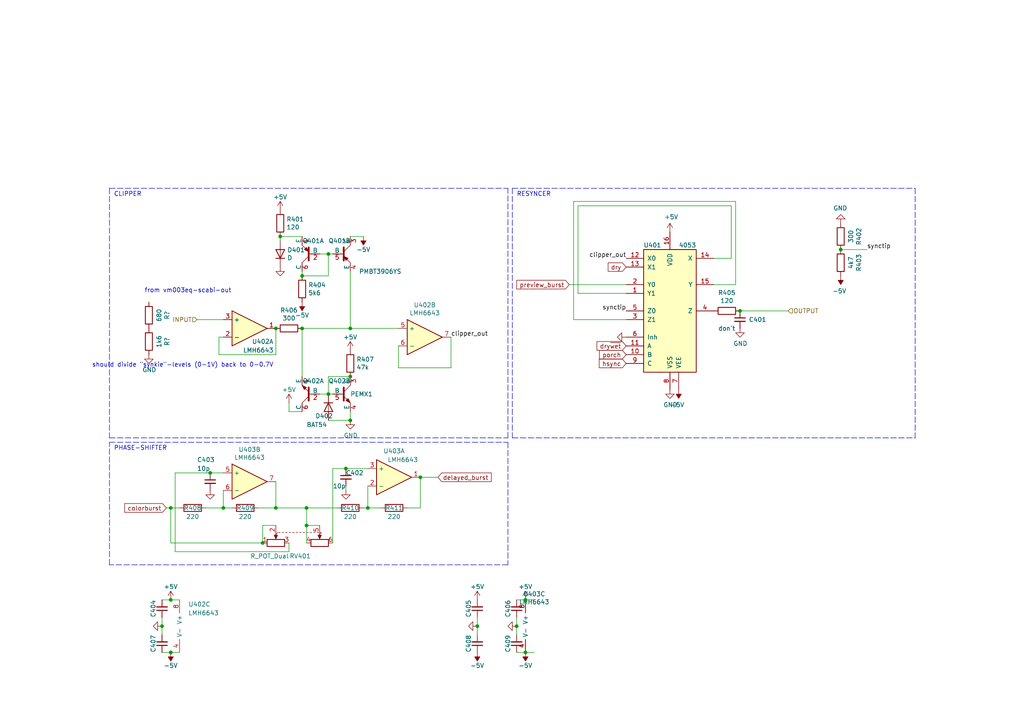
<source format=kicad_sch>
(kicad_sch (version 20211123) (generator eeschema)
  (paper "A4")
  (title_block (title "vMIX20-Resyncer") (date "2020-11-23") (company "[ a n y m a ]"))
  (lib_symbols
    (symbol "4xxx:4053" (pin_names (offset 1.016))
      (property "Reference" "U" (at -7.62 19.05 0))
      (property "Value" "4053" (at -7.62 -19.05 0))
      (symbol "4053_1_0"
        (pin passive line (at -12.7 5.08 0) (length 5.08) (name "Y1") (number "1"))
        (pin input line (at -12.7 -12.7 0) (length 5.08) (name "B") (number "10"))
        (pin input line (at -12.7 -10.16 0) (length 5.08) (name "A") (number "11"))
        (pin passive line (at -12.7 15.24 0) (length 5.08) (name "X0") (number "12"))
        (pin passive line (at -12.7 12.7 0) (length 5.08) (name "X1") (number "13"))
        (pin passive line (at 12.7 15.24 180) (length 5.08) (name "X") (number "14"))
        (pin passive line (at 12.7 7.62 180) (length 5.08) (name "Y") (number "15"))
        (pin power_in line (at 0 22.86 270) (length 5.08) (name "VDD") (number "16"))
        (pin passive line (at -12.7 7.62 0) (length 5.08) (name "Y0") (number "2"))
        (pin passive line (at -12.7 -2.54 0) (length 5.08) (name "Z1") (number "3"))
        (pin passive line (at 12.7 0 180) (length 5.08) (name "Z") (number "4"))
        (pin passive line (at -12.7 0 0) (length 5.08) (name "Z0") (number "5"))
        (pin input line (at -12.7 -7.62 0) (length 5.08) (name "Inh") (number "6"))
        (pin power_in line (at 2.54 -22.86 90) (length 5.08) (name "VEE") (number "7"))
        (pin power_in line (at 0 -22.86 90) (length 5.08) (name "VSS") (number "8"))
        (pin input line (at -12.7 -15.24 0) (length 5.08) (name "C") (number "9"))
      )
      (symbol "4053_1_1"
        (rectangle (start -7.62 17.78) (end 7.62 -17.78) (stroke (width 0.254)) (fill (type background)))
      )
    )
    (symbol "Device:R_POT_Dual" (pin_names (offset 1.016) hide)
      (property "Reference" "RV" (at 0 3.81 0))
      (property "Value" "Device_R_POT_Dual" (at 0 1.905 0))
      (symbol "R_POT_Dual_0_1"
        (rectangle (start -8.89 -1.524) (end -3.81 -3.556) (stroke (width 0.254)))
        (polyline (pts (xy -6.35 0) (xy -6.35 -1.016)))
        (polyline (pts (xy -6.35 0) (xy -6.35 -1.016)))
        (polyline (pts (xy -6.35 0) (xy -5.842 0.508)))
        (polyline (pts (xy -5.588 0.508) (xy -5.08 0.508)))
        (polyline (pts (xy -4.572 0.508) (xy -4.064 0.508)))
        (polyline (pts (xy -3.556 0.508) (xy -3.048 0.508)))
        (polyline (pts (xy -2.54 0.508) (xy -2.032 0.508)))
        (polyline (pts (xy -1.524 0.508) (xy -1.016 0.508)))
        (polyline (pts (xy -0.508 0.508) (xy 0 0.508)))
        (polyline (pts (xy 0.508 0.508) (xy 1.016 0.508)))
        (polyline (pts (xy 1.524 0.508) (xy 2.032 0.508)))
        (polyline (pts (xy 2.54 0.508) (xy 3.048 0.508)))
        (polyline (pts (xy 3.556 0.508) (xy 4.064 0.508)))
        (polyline (pts (xy 4.572 0.508) (xy 5.08 0.508)))
        (polyline (pts (xy 5.588 0.508) (xy 6.096 0.508)))
        (polyline (pts (xy 6.35 0) (xy 6.35 -1.016)))
        (polyline (pts (xy 6.35 0) (xy 6.35 -1.016)))
        (polyline (pts (xy 6.604 0.508) (xy 6.858 0.508) (xy 6.35 0)))
        (polyline (pts (xy -6.35 -1.397) (xy -6.858 -0.254) (xy -5.842 -0.254) (xy -6.35 -1.397)) (fill (type outline)))
        (polyline (pts (xy 6.35 -1.397) (xy 5.842 -0.254) (xy 6.858 -0.254) (xy 6.35 -1.397)) (fill (type outline)))
        (rectangle (start 3.81 -1.524) (end 8.89 -3.556) (stroke (width 0.254)))
      )
      (symbol "R_POT_Dual_1_1"
        (pin passive line (at -10.16 -2.54 0) (length 1.27) (name "1") (number "1"))
        (pin passive line (at -6.35 2.54 270) (length 2.54) (name "2") (number "2"))
        (pin passive line (at -2.54 -2.54 180) (length 1.27) (name "3") (number "3"))
        (pin passive line (at 2.54 -2.54 0) (length 1.27) (name "4") (number "4"))
        (pin passive line (at 6.35 2.54 270) (length 2.54) (name "5") (number "5"))
        (pin passive line (at 10.16 -2.54 180) (length 1.27) (name "6") (number "6"))
      )
    )
    (symbol "synkie_symbols:+5V" (power) (pin_names (offset 0))
      (property "Value" "+5V" (at 0 3.556 0))
      (symbol "+5V_0_1"
        (polyline (pts (xy -0.762 1.27) (xy 0 2.54)))
        (polyline (pts (xy 0 0) (xy 0 2.54)))
        (polyline (pts (xy 0 2.54) (xy 0.762 1.27)))
      )
      (symbol "+5V_1_1"
        (pin power_in line (at 0 0 90) (length 0) hide (name "+5V") (number "1"))
      )
    )
    (symbol "synkie_symbols:-5V" (power) (pin_names (offset 0))
      (property "Value" "-5V" (at 0 3.81 0))
      (symbol "-5V_0_0"
        (pin power_in line (at 0 0 90) (length 0) hide (name "-5V") (number "1"))
      )
      (symbol "-5V_0_1"
        (polyline (pts (xy 0 0) (xy 0 1.27) (xy 0.762 1.27) (xy 0 2.54) (xy -0.762 1.27) (xy 0 1.27)) (fill (type outline)))
      )
    )
    (symbol "synkie_symbols:C_Small" (pin_numbers hide) (pin_names (offset 0.254) hide)
      (property "Reference" "C" (at 0.254 1.778 0))
      (property "Value" "C_Small" (at 0.254 -2.032 0))
      (symbol "C_Small_0_1"
        (polyline (pts (xy -1.524 -0.508) (xy 1.524 -0.508)) (stroke (width 0.3302)))
        (polyline (pts (xy -1.524 0.508) (xy 1.524 0.508)) (stroke (width 0.3048)))
      )
      (symbol "C_Small_1_1"
        (pin passive line (at 0 2.54 270) (length 2.032) (name "~") (number "1"))
        (pin passive line (at 0 -2.54 90) (length 2.032) (name "~") (number "2"))
      )
    )
    (symbol "synkie_symbols:D" (pin_numbers hide) (pin_names (offset 1.016) hide)
      (property "Reference" "D" (at 0 2.54 0))
      (property "Value" "D" (at 0 -2.54 0))
      (symbol "D_0_1"
        (polyline (pts (xy -1.27 1.27) (xy -1.27 -1.27)) (stroke (width 0.254)))
        (polyline (pts (xy 1.27 0) (xy -1.27 0)))
        (polyline (pts (xy 1.27 1.27) (xy 1.27 -1.27) (xy -1.27 0) (xy 1.27 1.27)) (stroke (width 0.254)))
      )
      (symbol "D_1_1"
        (pin passive line (at -3.81 0 0) (length 2.54) (name "K") (number "1"))
        (pin passive line (at 3.81 0 180) (length 2.54) (name "A") (number "2"))
      )
    )
    (symbol "synkie_symbols:GND" (power) (pin_names (offset 0))
      (property "Value" "GND" (at 0 -3.81 0))
      (symbol "GND_0_1"
        (polyline (pts (xy 0 0) (xy 0 -1.27) (xy 1.27 -1.27) (xy 0 -2.54) (xy -1.27 -1.27) (xy 0 -1.27)))
      )
      (symbol "GND_1_1"
        (pin power_in line (at 0 0 270) (length 0) hide (name "GND") (number "1"))
      )
    )
    (symbol "synkie_symbols:Opamp_Dual_Generic"
      (property "Reference" "U" (at 0 5.08 0))
      (property "Value" "Opamp_Dual_Generic" (at 0 -5.08 0))
      (symbol "Opamp_Dual_Generic_1_1"
        (polyline (pts (xy -5.08 5.08) (xy 5.08 0) (xy -5.08 -5.08) (xy -5.08 5.08)) (stroke (width 0.254)) (fill (type background)))
        (pin output line (at 7.62 0 180) (length 2.54) (name "~") (number "1"))
        (pin input line (at -7.62 -2.54 0) (length 2.54) (name "-") (number "2"))
        (pin input line (at -7.62 2.54 0) (length 2.54) (name "+") (number "3"))
      )
      (symbol "Opamp_Dual_Generic_2_1"
        (polyline (pts (xy -5.08 5.08) (xy 5.08 0) (xy -5.08 -5.08) (xy -5.08 5.08)) (stroke (width 0.254)) (fill (type background)))
        (pin input line (at -7.62 2.54 0) (length 2.54) (name "+") (number "5"))
        (pin input line (at -7.62 -2.54 0) (length 2.54) (name "-") (number "6"))
        (pin output line (at 7.62 0 180) (length 2.54) (name "~") (number "7"))
      )
      (symbol "Opamp_Dual_Generic_3_1"
        (pin power_in line (at -2.54 -7.62 90) (length 3.81) (name "V-") (number "4"))
        (pin power_in line (at -2.54 7.62 270) (length 3.81) (name "V+") (number "8"))
      )
    )
    (symbol "synkie_symbols:PEMX1" (pin_names (offset 0))
      (property "Reference" "Q" (at -3.81 3.81 0))
      (property "Value" "PEMX1" (at -3.81 -3.81 0))
      (symbol "PEMX1_0_1"
        (polyline (pts (xy -1.27 0) (xy -0.635 0)))
        (polyline (pts (xy -0.635 0.635) (xy 1.27 2.54)))
        (polyline (pts (xy -0.635 1.905) (xy -0.635 -1.905)) (stroke (width 0.508)))
        (polyline (pts (xy 1.27 -2.54) (xy -0.635 -0.635)))
        (polyline (pts (xy 0 -1.905) (xy 0.635 -1.27) (xy 1.27 -2.54) (xy 0 -1.905)) (fill (type outline)))
      )
      (symbol "PEMX1_1_1"
        (pin passive line (at 1.27 -5.08 90) (length 2.54) (name "E") (number "1"))
        (pin input line (at -3.81 0 0) (length 2.54) (name "B") (number "2"))
        (pin passive line (at 1.27 5.08 270) (length 2.54) (name "C") (number "6"))
      )
      (symbol "PEMX1_2_1"
        (pin passive line (at 1.27 5.08 270) (length 2.54) (name "C") (number "3"))
        (pin passive line (at 1.27 -5.08 90) (length 2.54) (name "E") (number "4"))
        (pin input line (at -3.81 0 0) (length 2.54) (name "B") (number "5"))
      )
    )
    (symbol "synkie_symbols:PMBT3906YS" (pin_names (offset 0))
      (property "Reference" "Q" (at -3.81 3.81 0))
      (property "Value" "PMBT3906YS" (at 4.445 0 90))
      (symbol "PMBT3906YS_0_1"
        (polyline (pts (xy -1.27 0) (xy -0.635 0)))
        (polyline (pts (xy -0.635 0.635) (xy 1.27 2.54)))
        (polyline (pts (xy -0.635 1.905) (xy -0.635 -1.905)) (stroke (width 0.508)))
        (polyline (pts (xy 1.27 -2.54) (xy -0.635 -0.635)))
        (polyline (pts (xy 0.635 -1.27) (xy 0 -1.905) (xy -0.635 -0.635) (xy 0.635 -1.27)) (fill (type outline)))
      )
      (symbol "PMBT3906YS_1_1"
        (pin passive line (at 1.27 -5.08 90) (length 2.54) (name "E") (number "1"))
        (pin input line (at -3.81 0 0) (length 2.54) (name "B") (number "2"))
        (pin passive line (at 1.27 5.08 270) (length 2.54) (name "C") (number "6"))
      )
      (symbol "PMBT3906YS_2_1"
        (pin passive line (at 1.27 5.08 270) (length 2.54) (name "C") (number "3"))
        (pin passive line (at 1.27 -5.08 90) (length 2.54) (name "E") (number "4"))
        (pin input line (at -3.81 0 0) (length 2.54) (name "B") (number "5"))
      )
    )
    (symbol "synkie_symbols:R" (pin_numbers hide) (pin_names (offset 0))
      (property "Reference" "R" (at 2.032 0 90))
      (property "Value" "R" (at 0 0 90))
      (symbol "R_0_1"
        (rectangle (start -1.016 -2.54) (end 1.016 2.54) (stroke (width 0.254)))
      )
      (symbol "R_1_1"
        (pin passive line (at 0 3.81 270) (length 1.27) (name "~") (number "1"))
        (pin passive line (at 0 -3.81 90) (length 1.27) (name "~") (number "2"))
      )
    )
  )
  (junction (at 121.92 138.43))
  (junction (at 64.77 147.32))
  (junction (at 49.53 173.99))
  (junction (at 100.33 135.89))
  (junction (at 243.84 72.39))
  (junction (at 138.43 181.61))
  (junction (at 87.63 80.01))
  (junction (at 80.01 95.25))
  (junction (at 214.63 90.17))
  (junction (at 101.6 95.25))
  (junction (at 149.86 181.61))
  (junction (at 76.2 157.48))
  (junction (at 88.9 147.32))
  (junction (at 49.53 147.32))
  (junction (at 60.96 137.16))
  (junction (at 95.25 73.66))
  (junction (at 81.28 68.58))
  (junction (at 152.4 189.23))
  (junction (at 152.4 173.99))
  (junction (at 87.63 95.25))
  (junction (at 101.6 109.22))
  (junction (at 106.68 147.32))
  (junction (at 95.25 114.3))
  (junction (at 80.01 147.32))
  (junction (at 101.6 121.92))
  (junction (at 49.53 189.23))
  (junction (at 46.99 181.61))
  (junction (at 88.9 152.4))
  (wire (pts (xy 95.25 121.92) (xy 101.6 121.92)))
  (wire (pts (xy 121.92 138.43) (xy 127 138.43)))
  (wire (pts (xy 138.43 181.61) (xy 138.43 179.07)))
  (polyline (pts (xy 31.75 128.27) (xy 147.32 128.27)))
  (wire (pts (xy 152.4 173.99) (xy 154.94 173.99)))
  (wire (pts (xy 101.6 119.38) (xy 101.6 121.92)))
  (wire (pts (xy 50.8 160.02) (xy 83.82 160.02)))
  (polyline (pts (xy 31.75 54.61) (xy 31.75 127)))
  (wire (pts (xy 87.63 109.22) (xy 87.63 95.25)))
  (wire (pts (xy 64.77 92.71) (xy 57.15 92.71)))
  (wire (pts (xy 149.86 181.61) (xy 149.86 179.07)))
  (wire (pts (xy 95.25 80.01) (xy 95.25 73.66)))
  (wire (pts (xy 106.68 147.32) (xy 106.68 140.97)))
  (wire (pts (xy 149.86 184.15) (xy 149.86 181.61)))
  (wire (pts (xy 49.53 173.99) (xy 52.07 173.99)))
  (wire (pts (xy 101.6 109.22) (xy 95.25 109.22)))
  (polyline (pts (xy 147.32 127) (xy 147.32 54.61)))
  (wire (pts (xy 76.2 152.4) (xy 76.2 157.48)))
  (wire (pts (xy 80.01 152.4) (xy 76.2 152.4)))
  (wire (pts (xy 138.43 184.15) (xy 138.43 181.61)))
  (wire (pts (xy 87.63 78.74) (xy 87.63 80.01)))
  (wire (pts (xy 87.63 80.01) (xy 95.25 80.01)))
  (wire (pts (xy 46.99 189.23) (xy 49.53 189.23)))
  (wire (pts (xy 88.9 152.4) (xy 88.9 147.32)))
  (wire (pts (xy 106.68 147.32) (xy 105.41 147.32)))
  (wire (pts (xy 95.25 73.66) (xy 96.52 73.66)))
  (wire (pts (xy 130.81 106.68) (xy 115.57 106.68)))
  (wire (pts (xy 121.92 138.43) (xy 121.92 147.32)))
  (wire (pts (xy 76.2 157.48) (xy 49.53 157.48)))
  (wire (pts (xy 80.01 147.32) (xy 88.9 147.32)))
  (wire (pts (xy 48.26 147.32) (xy 49.53 147.32)))
  (wire (pts (xy 152.4 189.23) (xy 154.94 189.23)))
  (wire (pts (xy 50.8 137.16) (xy 60.96 137.16)))
  (wire (pts (xy 181.61 82.55) (xy 165.1 82.55)))
  (wire (pts (xy 46.99 173.99) (xy 49.53 173.99)))
  (wire (pts (xy 96.52 157.48) (xy 96.52 135.89)))
  (wire (pts (xy 101.6 68.58) (xy 105.41 68.58)))
  (wire (pts (xy 101.6 95.25) (xy 115.57 95.25)))
  (wire (pts (xy 49.53 147.32) (xy 52.07 147.32)))
  (polyline (pts (xy 148.59 54.61) (xy 265.43 54.61)))
  (wire (pts (xy 100.33 140.97) (xy 100.33 142.24)))
  (wire (pts (xy 59.69 147.32) (xy 64.77 147.32)))
  (polyline (pts (xy 265.43 54.61) (xy 265.43 127)))
  (wire (pts (xy 63.5 97.79) (xy 64.77 97.79)))
  (wire (pts (xy 228.6 90.17) (xy 214.63 90.17)))
  (polyline (pts (xy 147.32 128.27) (xy 147.32 163.83)))
  (wire (pts (xy 243.84 72.39) (xy 251.46 72.39)))
  (wire (pts (xy 80.01 147.32) (xy 74.93 147.32)))
  (wire (pts (xy 95.25 109.22) (xy 95.25 114.3)))
  (wire (pts (xy 63.5 102.87) (xy 63.5 97.79)))
  (wire (pts (xy 92.71 73.66) (xy 95.25 73.66)))
  (wire (pts (xy 167.64 59.69) (xy 167.64 85.09)))
  (wire (pts (xy 88.9 157.48) (xy 88.9 152.4)))
  (polyline (pts (xy 31.75 163.83) (xy 31.75 128.27)))
  (wire (pts (xy 81.28 68.58) (xy 81.28 69.85)))
  (wire (pts (xy 213.36 82.55) (xy 213.36 58.42)))
  (wire (pts (xy 207.01 82.55) (xy 213.36 82.55)))
  (wire (pts (xy 49.53 157.48) (xy 49.53 147.32)))
  (wire (pts (xy 63.5 102.87) (xy 80.01 102.87)))
  (wire (pts (xy 101.6 78.74) (xy 101.6 95.25)))
  (polyline (pts (xy 31.75 54.61) (xy 147.32 54.61)))
  (wire (pts (xy 166.37 92.71) (xy 181.61 92.71)))
  (wire (pts (xy 87.63 68.58) (xy 81.28 68.58)))
  (wire (pts (xy 110.49 147.32) (xy 106.68 147.32)))
  (wire (pts (xy 46.99 184.15) (xy 46.99 181.61)))
  (polyline (pts (xy 148.59 127) (xy 265.43 127)))
  (wire (pts (xy 64.77 142.24) (xy 64.77 147.32)))
  (wire (pts (xy 167.64 85.09) (xy 181.61 85.09)))
  (wire (pts (xy 207.01 74.93) (xy 212.09 74.93)))
  (wire (pts (xy 46.99 181.61) (xy 46.99 179.07)))
  (wire (pts (xy 83.82 119.38) (xy 83.82 116.84)))
  (wire (pts (xy 149.86 189.23) (xy 152.4 189.23)))
  (wire (pts (xy 80.01 139.7) (xy 80.01 147.32)))
  (wire (pts (xy 88.9 152.4) (xy 92.71 152.4)))
  (wire (pts (xy 83.82 160.02) (xy 83.82 157.48)))
  (polyline (pts (xy 31.75 127) (xy 147.32 127)))
  (polyline (pts (xy 147.32 163.83) (xy 31.75 163.83)))
  (wire (pts (xy 96.52 135.89) (xy 100.33 135.89)))
  (polyline (pts (xy 148.59 54.61) (xy 148.59 127)))
  (wire (pts (xy 92.71 114.3) (xy 95.25 114.3)))
  (wire (pts (xy 212.09 59.69) (xy 167.64 59.69)))
  (wire (pts (xy 115.57 106.68) (xy 115.57 100.33)))
  (wire (pts (xy 106.68 135.89) (xy 100.33 135.89)))
  (wire (pts (xy 49.53 189.23) (xy 52.07 189.23)))
  (wire (pts (xy 80.01 102.87) (xy 80.01 95.25)))
  (wire (pts (xy 149.86 173.99) (xy 152.4 173.99)))
  (wire (pts (xy 67.31 147.32) (xy 64.77 147.32)))
  (wire (pts (xy 50.8 160.02) (xy 50.8 137.16)))
  (wire (pts (xy 130.81 97.79) (xy 130.81 106.68)))
  (wire (pts (xy 95.25 114.3) (xy 96.52 114.3)))
  (wire (pts (xy 64.77 137.16) (xy 60.96 137.16)))
  (wire (pts (xy 166.37 58.42) (xy 166.37 92.71)))
  (wire (pts (xy 213.36 58.42) (xy 166.37 58.42)))
  (wire (pts (xy 212.09 74.93) (xy 212.09 59.69)))
  (wire (pts (xy 121.92 147.32) (xy 118.11 147.32)))
  (wire (pts (xy 88.9 147.32) (xy 97.79 147.32)))
  (wire (pts (xy 87.63 95.25) (xy 101.6 95.25)))
  (wire (pts (xy 87.63 119.38) (xy 83.82 119.38)))
  (text "PHASE-SHIFTER" (at 33.02 130.81 0) (effects (font (size 1.27 1.27)) (justify left bottom)))
  (text "should divide \"synkie\"-levels (0-1V) back to 0-0.7V" (at 26.67 106.68 0) (effects (font (size 1.27 1.27)) (justify left bottom)))
  (text "CLIPPER" (at 33.02 57.15 0) (effects (font (size 1.27 1.27)) (justify left bottom)))
  (text "RESYNCER" (at 149.86 57.15 0) (effects (font (size 1.27 1.27)) (justify left bottom)))
  (text "from vm003eq-scabi-out" (at 41.91 85.09 0) (effects (font (size 1.27 1.27)) (justify left bottom)))
  (label "clipper_out" (at 130.81 97.79 0))
  (label "synctip" (at 181.61 90.17 180))
  (label "clipper_out" (at 181.61 74.93 180))
  (label "synctip" (at 251.46 72.39 0))
  (global_label "preview_burst" (shape input) (at 165.1 82.55 180) (property "Intersheet References" "${INTERSHEET_REFS}" (effects hide)))
  (global_label "porch" (shape input) (at 181.61 102.87 180) (property "Intersheet References" "${INTERSHEET_REFS}" (effects hide)))
  (global_label "dry~{wet}" (shape input) (at 181.61 100.33 180) (property "Intersheet References" "${INTERSHEET_REFS}" (effects hide)))
  (global_label "dry" (shape input) (at 181.61 77.47 180) (effects (font (size 1.2446 1.2446))) (property "Intersheet References" "${INTERSHEET_REFS}" (effects hide)))
  (global_label "colorburst" (shape input) (at 48.26 147.32 180) (property "Intersheet References" "${INTERSHEET_REFS}" (effects hide)))
  (global_label "delayed_burst" (shape input) (at 127 138.43 0) (property "Intersheet References" "${INTERSHEET_REFS}" (effects hide)))
  (global_label "hsync" (shape input) (at 181.61 105.41 180) (property "Intersheet References" "${INTERSHEET_REFS}" (effects hide)))
  (hierarchical_label "INPUT" (shape input) (at 57.15 92.71 180))
  (hierarchical_label "OUTPUT" (shape input) (at 228.6 90.17 0))
  (symbol (lib_id "4xxx:4053") (at 194.31 90.17 0) (unit 1)
    (property "Reference" "U401" (at 189.23 71.12 0))
    (property "Value" "4053" (at 199.39 71.12 0))
    (property "Footprint" "Package_SO:SOIC-16_3.9x9.9mm_P1.27mm" (effects hide))
    (property "Datasheet" "http://www.intersil.com/content/dam/Intersil/documents/cd40/cd4051bms-52bms-53bms.pdf" (effects hide))
  )
  (symbol (lib_id "synkie_symbols:Opamp_Dual_Generic") (at 72.39 139.7 0) (unit 2)
    (property "Reference" "U403" (at 72.39 130.3782 0))
    (property "Value" "LMH6643" (at 72.39 132.6896 0))
    (property "Footprint" "synkie_footprints:SOIC-8_3.9x4.9mm_P1.27mm" (effects hide))
  )
  (symbol (lib_id "synkie_symbols:Opamp_Dual_Generic") (at 114.3 138.43 0) (unit 1)
    (property "Reference" "U403" (at 114.3 130.81 0))
    (property "Value" "LMH6643" (at 116.84 133.35 0))
    (property "Footprint" "synkie_footprints:SOIC-8_3.9x4.9mm_P1.27mm" (effects hide))
  )
  (symbol (lib_id "synkie_symbols:R") (at 71.12 147.32 270) (unit 1)
    (property "Reference" "R409" (at 71.12 147.32 90))
    (property "Value" "220" (at 71.12 149.86 90))
    (property "Footprint" "synkie_footprints:R_0805_2012Metric_Pad1.15x1.40mm_HandSolder" (effects hide))
  )
  (symbol (lib_id "synkie_symbols:C_Small") (at 60.96 139.7 0) (unit 1)
    (property "Reference" "C403" (at 57.15 133.35 0) (effects (justify left)))
    (property "Value" "10p" (at 57.15 135.89 0) (effects (justify left)))
    (property "Footprint" "synkie_footprints:C_0805_2012Metric_Pad1.15x1.40mm_HandSolder" (effects hide))
  )
  (symbol (lib_id "synkie_symbols:C_Small") (at 100.33 138.43 0) (unit 1)
    (property "Reference" "C402" (at 100.33 137.16 0) (effects (justify left)))
    (property "Value" "10p" (at 96.52 140.97 0) (effects (justify left)))
    (property "Footprint" "synkie_footprints:C_0805_2012Metric_Pad1.15x1.40mm_HandSolder" (effects hide))
  )
  (symbol (lib_id "synkie_symbols:GND") (at 60.96 142.24 0) (unit 1)
    (property "Reference" "#PWR0415" (effects hide))
    (property "Value" "GND" (effects hide))
  )
  (symbol (lib_id "synkie_symbols:GND") (at 100.33 142.24 0) (unit 1)
    (property "Reference" "#PWR0416" (effects hide))
    (property "Value" "GND" (effects hide))
  )
  (symbol (lib_id "Device:R_POT_Dual") (at 86.36 154.94 0) (unit 1)
    (property "Reference" "RV401" (at 90.17 161.29 0) (effects (justify right)))
    (property "Value" "R_POT_Dual" (at 83.82 161.29 0) (effects (justify right)))
    (property "Footprint" "synkie_footprints:RK12L123" (effects hide))
  )
  (symbol (lib_id "synkie_symbols:GND") (at 194.31 113.03 0) (unit 1)
    (property "Reference" "#PWR0411" (effects hide))
    (property "Value" "GND" (at 194.437 117.4242 0))
  )
  (symbol (lib_id "synkie_symbols:-5V") (at 196.85 113.03 180) (unit 1)
    (property "Reference" "#PWR0412" (effects hide))
    (property "Value" "-5V" (at 196.469 117.4242 0))
  )
  (symbol (lib_id "synkie_symbols:+5V") (at 194.31 67.31 0) (unit 1)
    (property "Reference" "#PWR0403" (effects hide))
    (property "Value" "+5V" (at 194.691 62.9158 0))
  )
  (symbol (lib_id "synkie_symbols:GND") (at 181.61 97.79 270) (unit 1)
    (property "Reference" "#PWR0409" (effects hide))
    (property "Value" "GND" (effects hide))
  )
  (symbol (lib_id "synkie_symbols:Opamp_Dual_Generic") (at 123.19 97.79 0) (unit 2)
    (property "Reference" "U402" (at 123.19 88.4682 0))
    (property "Value" "LMH6643" (at 123.19 90.7796 0))
    (property "Footprint" "synkie_footprints:SOIC-8_3.9x4.9mm_P1.27mm" (effects hide))
  )
  (symbol (lib_id "synkie_symbols:R") (at 243.84 68.58 0) (unit 1)
    (property "Reference" "R402" (at 249.0978 68.58 90))
    (property "Value" "300" (at 246.7864 68.58 90))
    (property "Footprint" "synkie_footprints:R_0805_2012Metric_Pad1.15x1.40mm_HandSolder" (effects hide))
  )
  (symbol (lib_id "synkie_symbols:GND") (at 243.84 64.77 180) (unit 1)
    (property "Reference" "#PWR0402" (effects hide))
    (property "Value" "GND" (at 243.713 60.3758 0))
  )
  (symbol (lib_id "synkie_symbols:R") (at 243.84 76.2 0) (unit 1)
    (property "Reference" "R403" (at 249.0978 76.2 90))
    (property "Value" "4k7" (at 246.7864 76.2 90))
    (property "Footprint" "synkie_footprints:R_0805_2012Metric_Pad1.15x1.40mm_HandSolder" (effects hide))
  )
  (symbol (lib_id "synkie_symbols:-5V") (at 243.84 80.01 180) (unit 1)
    (property "Reference" "#PWR0406" (effects hide))
    (property "Value" "-5V" (at 243.459 84.4042 0))
  )
  (symbol (lib_id "synkie_symbols:-5V") (at 105.41 68.58 180) (unit 1)
    (property "Reference" "#PWR0404" (effects hide))
    (property "Value" "-5V" (at 105.41 72.39 0))
  )
  (symbol (lib_id "synkie_symbols:R") (at 87.63 83.82 180) (unit 1)
    (property "Reference" "R404" (at 89.408 82.6516 0) (effects (justify right)))
    (property "Value" "5k6" (at 89.408 84.963 0) (effects (justify right)))
    (property "Footprint" "synkie_footprints:R_0805_2012Metric_Pad1.15x1.40mm_HandSolder" (effects hide))
  )
  (symbol (lib_id "synkie_symbols:-5V") (at 87.63 87.63 180) (unit 1)
    (property "Reference" "#PWR0407" (effects hide))
    (property "Value" "-5V" (at 87.63 91.44 0))
  )
  (symbol (lib_id "synkie_symbols:GND") (at 81.28 77.47 0) (unit 1)
    (property "Reference" "#PWR0405" (effects hide))
    (property "Value" "GND" (effects hide))
  )
  (symbol (lib_id "synkie_symbols:+5V") (at 81.28 60.96 0) (unit 1)
    (property "Reference" "#PWR0401" (effects hide))
    (property "Value" "+5V" (at 81.28 57.15 0))
  )
  (symbol (lib_id "synkie_symbols:R") (at 81.28 64.77 180) (unit 1)
    (property "Reference" "R401" (at 83.058 63.6016 0) (effects (justify right)))
    (property "Value" "120" (at 83.058 65.913 0) (effects (justify right)))
    (property "Footprint" "synkie_footprints:R_0805_2012Metric_Pad1.15x1.40mm_HandSolder" (effects hide))
  )
  (symbol (lib_id "synkie_symbols:D") (at 81.28 73.66 90) (unit 1)
    (property "Reference" "D401" (at 83.312 72.4916 90) (effects (justify right)))
    (property "Value" "D" (at 83.312 74.803 90) (effects (justify right)))
    (property "Footprint" "Diode_SMD:D_MiniMELF" (effects hide))
  )
  (symbol (lib_id "synkie_symbols:PMBT3906YS") (at 88.9 73.66 180) (unit 1)
    (property "Reference" "Q401" (at 93.98 69.85 0) (effects (justify left)))
    (property "Value" "PMBT3906YS" (effects hide))
    (property "Footprint" "synkie_footprints:SOT-363_SC-70-6_Handsoldering" (effects hide))
  )
  (symbol (lib_id "synkie_symbols:PMBT3906YS") (at 100.33 73.66 0) (unit 2)
    (property "Reference" "Q401" (at 95.25 69.85 0) (effects (justify left)))
    (property "Value" "PMBT3906YS" (at 104.14 78.74 0) (effects (justify left)))
    (property "Footprint" "synkie_footprints:SOT-363_SC-70-6_Handsoldering" (effects hide))
  )
  (symbol (lib_id "synkie_symbols:GND") (at 101.6 121.92 0) (unit 1)
    (property "Reference" "#PWR0414" (effects hide))
    (property "Value" "GND" (at 101.727 126.3142 0))
  )
  (symbol (lib_id "synkie_symbols:+5V") (at 101.6 101.6 0) (unit 1)
    (property "Reference" "#PWR0410" (effects hide))
    (property "Value" "+5V" (at 101.6 97.79 0))
  )
  (symbol (lib_id "synkie_symbols:R") (at 83.82 95.25 270) (unit 1)
    (property "Reference" "R406" (at 83.82 89.9922 90))
    (property "Value" "300" (at 83.82 92.3036 90))
    (property "Footprint" "synkie_footprints:R_0805_2012Metric_Pad1.15x1.40mm_HandSolder" (effects hide))
  )
  (symbol (lib_id "synkie_symbols:R") (at 101.6 105.41 0) (unit 1)
    (property "Reference" "R407" (at 103.378 104.2416 0) (effects (justify left)))
    (property "Value" "47k" (at 103.378 106.553 0) (effects (justify left)))
    (property "Footprint" "synkie_footprints:R_0805_2012Metric_Pad1.15x1.40mm_HandSolder" (effects hide))
  )
  (symbol (lib_id "synkie_symbols:+5V") (at 83.82 116.84 0) (unit 1)
    (property "Reference" "#PWR0413" (effects hide))
    (property "Value" "+5V" (at 83.82 113.03 0))
  )
  (symbol (lib_id "synkie_symbols:PEMX1") (at 100.33 114.3 0) (unit 2)
    (property "Reference" "Q402" (at 95.25 110.49 0) (effects (justify left)))
    (property "Value" "PEMX1" (at 101.6 114.3 0) (effects (justify left)))
    (property "Footprint" "synkie_footprints:SOT-666" (effects hide))
  )
  (symbol (lib_id "synkie_symbols:PEMX1") (at 88.9 114.3 180) (unit 1)
    (property "Reference" "Q402" (at 93.98 110.49 0) (effects (justify left)))
    (property "Value" "PEMX1" (effects hide))
    (property "Footprint" "synkie_footprints:SOT-666" (effects hide))
  )
  (symbol (lib_id "synkie_symbols:Opamp_Dual_Generic") (at 72.39 95.25 0) (unit 1)
    (property "Reference" "U402" (at 76.2 99.06 0))
    (property "Value" "LMH6643" (at 74.93 101.6 0))
    (property "Footprint" "synkie_footprints:SOIC-8_3.9x4.9mm_P1.27mm" (effects hide))
  )
  (symbol (lib_id "synkie_symbols:R") (at 55.88 147.32 270) (unit 1)
    (property "Reference" "R408" (at 55.88 147.32 90))
    (property "Value" "220" (at 55.88 149.86 90))
    (property "Footprint" "synkie_footprints:R_0805_2012Metric_Pad1.15x1.40mm_HandSolder" (effects hide))
  )
  (symbol (lib_id "synkie_symbols:R") (at 114.3 147.32 270) (unit 1)
    (property "Reference" "R411" (at 114.3 147.32 90))
    (property "Value" "220" (at 114.3 149.86 90))
    (property "Footprint" "synkie_footprints:R_0805_2012Metric_Pad1.15x1.40mm_HandSolder" (effects hide))
  )
  (symbol (lib_id "synkie_symbols:R") (at 101.6 147.32 270) (unit 1)
    (property "Reference" "R410" (at 101.6 147.32 90))
    (property "Value" "220" (at 101.6 149.86 90))
    (property "Footprint" "synkie_footprints:R_0805_2012Metric_Pad1.15x1.40mm_HandSolder" (effects hide))
  )
  (symbol (lib_id "synkie_symbols:R") (at 210.82 90.17 270) (unit 1)
    (property "Reference" "R405" (at 210.82 84.9122 90))
    (property "Value" "120" (at 210.82 87.2236 90))
    (property "Footprint" "synkie_footprints:R_0805_2012Metric_Pad1.15x1.40mm_HandSolder" (effects hide))
  )
  (symbol (lib_id "synkie_symbols:C_Small") (at 214.63 92.71 0) (unit 1)
    (property "Reference" "C401" (at 217.17 92.71 0) (effects (justify left)))
    (property "Value" "don't" (at 208.28 95.25 0) (effects (justify left)))
    (property "Footprint" "synkie_footprints:C_0805_2012Metric_Pad1.15x1.40mm_HandSolder" (effects hide))
  )
  (symbol (lib_id "synkie_symbols:GND") (at 214.63 95.25 0) (unit 1)
    (property "Reference" "#PWR0408" (effects hide))
    (property "Value" "GND" (at 214.757 99.6442 0))
  )
  (symbol (lib_id "synkie_symbols:D") (at 95.25 118.11 270) (unit 1)
    (property "Reference" "D402" (at 91.44 120.65 90) (effects (justify left)))
    (property "Value" "BAT54" (at 88.9 123.19 90) (effects (justify left)))
    (property "Footprint" "Diode_SMD:D_SOT-23_ANK" (effects hide))
  )
  (symbol (lib_id "synkie_symbols:Opamp_Dual_Generic") (at 54.61 181.61 0) (unit 3)
    (property "Reference" "U402" (at 54.61 175.26 0) (effects (justify left)))
    (property "Value" "LMH6643" (at 54.61 177.8 0) (effects (justify left)))
    (property "Footprint" "synkie_footprints:SOIC-8_3.9x4.9mm_P1.27mm" (effects hide))
  )
  (symbol (lib_id "synkie_symbols:GND") (at 46.99 181.61 270) (unit 1)
    (property "Reference" "#PWR0420" (effects hide))
    (property "Value" "GND" (effects hide))
  )
  (symbol (lib_id "synkie_symbols:+5V") (at 49.53 173.99 0) (unit 1)
    (property "Reference" "#PWR0417" (effects hide))
    (property "Value" "+5V" (at 49.53 170.18 0))
  )
  (symbol (lib_id "synkie_symbols:-5V") (at 49.53 189.23 180) (unit 1)
    (property "Reference" "#PWR0423" (effects hide))
    (property "Value" "-5V" (at 49.53 193.04 0))
  )
  (symbol (lib_id "synkie_symbols:C_Small") (at 46.99 186.69 180) (unit 1)
    (property "Reference" "C407" (at 44.45 186.69 90))
    (property "Value" "100n" (effects hide))
    (property "Footprint" "synkie_footprints:C_0603_1608Metric_Pad1.05x0.95mm_HandSolder" (effects hide))
  )
  (symbol (lib_id "synkie_symbols:C_Small") (at 46.99 176.53 180) (unit 1)
    (property "Reference" "C404" (at 44.45 176.53 90))
    (property "Value" "100n" (effects hide))
    (property "Footprint" "synkie_footprints:C_0603_1608Metric_Pad1.05x0.95mm_HandSolder" (effects hide))
  )
  (symbol (lib_id "synkie_symbols:GND") (at 138.43 181.61 270) (unit 1)
    (property "Reference" "#PWR0421" (effects hide))
    (property "Value" "GND" (effects hide))
  )
  (symbol (lib_id "synkie_symbols:C_Small") (at 138.43 186.69 180) (unit 1)
    (property "Reference" "C408" (at 135.89 186.69 90))
    (property "Value" "100n" (effects hide))
    (property "Footprint" "synkie_footprints:C_0603_1608Metric_Pad1.05x0.95mm_HandSolder" (effects hide))
  )
  (symbol (lib_id "synkie_symbols:C_Small") (at 138.43 176.53 180) (unit 1)
    (property "Reference" "C405" (at 135.89 176.53 90))
    (property "Value" "100n" (effects hide))
    (property "Footprint" "synkie_footprints:C_0603_1608Metric_Pad1.05x0.95mm_HandSolder" (effects hide))
  )
  (symbol (lib_id "synkie_symbols:+5V") (at 138.43 173.99 0) (unit 1)
    (property "Reference" "#PWR0418" (effects hide))
    (property "Value" "+5V" (at 138.43 170.18 0))
  )
  (symbol (lib_id "synkie_symbols:-5V") (at 138.43 189.23 180) (unit 1)
    (property "Reference" "#PWR0424" (effects hide))
    (property "Value" "-5V" (at 138.43 193.04 0))
  )
  (symbol (lib_id "synkie_symbols:Opamp_Dual_Generic") (at 154.94 181.61 0) (unit 3)
    (property "Reference" "U403" (at 154.94 172.2882 0))
    (property "Value" "LMH6643" (at 154.94 174.5996 0))
    (property "Footprint" "synkie_footprints:SOIC-8_3.9x4.9mm_P1.27mm" (effects hide))
  )
  (symbol (lib_id "synkie_symbols:GND") (at 149.86 181.61 270) (unit 1)
    (property "Reference" "#PWR0422" (effects hide))
    (property "Value" "GND" (effects hide))
  )
  (symbol (lib_id "synkie_symbols:+5V") (at 152.4 173.99 0) (unit 1)
    (property "Reference" "#PWR0419" (effects hide))
    (property "Value" "+5V" (at 152.4 170.18 0))
  )
  (symbol (lib_id "synkie_symbols:-5V") (at 152.4 189.23 180) (unit 1)
    (property "Reference" "#PWR0425" (effects hide))
    (property "Value" "-5V" (at 152.4 193.04 0))
  )
  (symbol (lib_id "synkie_symbols:C_Small") (at 149.86 186.69 180) (unit 1)
    (property "Reference" "C409" (at 147.32 186.69 90))
    (property "Value" "100n" (effects hide))
    (property "Footprint" "synkie_footprints:C_0603_1608Metric_Pad1.05x0.95mm_HandSolder" (effects hide))
  )
  (symbol (lib_id "synkie_symbols:C_Small") (at 149.86 176.53 180) (unit 1)
    (property "Reference" "C406" (at 147.32 176.53 90))
    (property "Value" "100n" (effects hide))
    (property "Footprint" "synkie_footprints:C_0603_1608Metric_Pad1.05x0.95mm_HandSolder" (effects hide))
  )
  (symbol (lib_id "synkie_symbols:GND") (at 43.18 102.87 0) (unit 1)
    (property "Reference" "#PWR?" (effects hide))
    (property "Value" "GND" (at 43.307 107.2642 0))
  )
  (symbol (lib_id "synkie_symbols:R") (at 43.18 91.44 0) (unit 1)
    (property "Reference" "R?" (at 48.4378 91.44 90))
    (property "Value" "680" (at 46.1264 91.44 90))
    (property "Footprint" "synkie_footprints:R_0805_2012Metric_Pad1.15x1.40mm_HandSolder" (effects hide))
  )
  (symbol (lib_id "synkie_symbols:R") (at 43.18 99.06 0) (unit 1)
    (property "Reference" "R?" (at 48.4378 99.06 90))
    (property "Value" "1k6" (at 46.1264 99.06 90))
    (property "Footprint" "synkie_footprints:R_0805_2012Metric_Pad1.15x1.40mm_HandSolder" (effects hide))
  )
)
</source>
